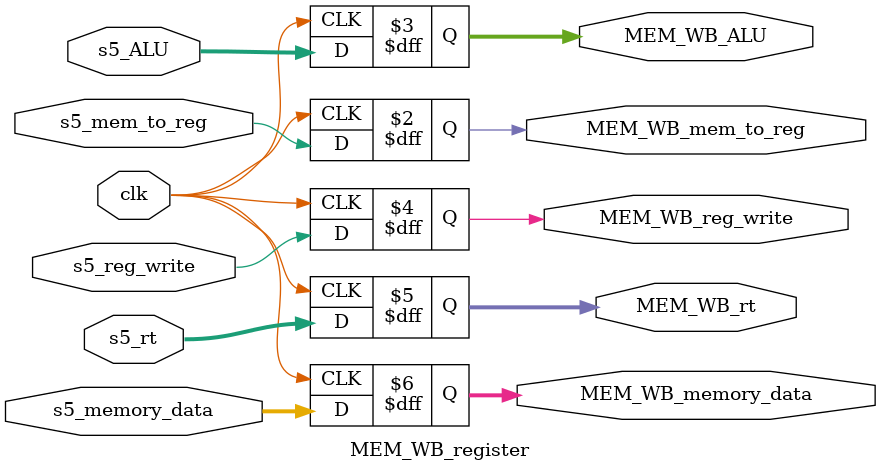
<source format=v>
`timescale 1ns / 1ps


module MEM_WB_register(
       input s5_mem_to_reg,
       input [31:0]s5_ALU,
       input s5_reg_write,
       input [4:0]s5_rt,
       input [31:0]s5_memory_data,
       
       output reg MEM_WB_mem_to_reg,
       output reg[31:0]MEM_WB_ALU,
       output reg MEM_WB_reg_write,
       output reg[4:0]MEM_WB_rt,
       output reg[31:0]MEM_WB_memory_data,
       input clk
    );
    
    always @(posedge clk)
    begin
        MEM_WB_mem_to_reg <= s5_mem_to_reg;
        MEM_WB_ALU <= s5_ALU;
        MEM_WB_reg_write <= s5_reg_write;
        MEM_WB_rt <= s5_rt;
        MEM_WB_memory_data <= s5_memory_data;     
    end 
endmodule

</source>
